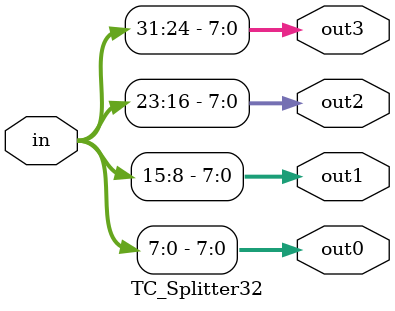
<source format=v>
module TC_Splitter32(	// file.cleaned.mlir:2:3
  input  [31:0] in,	// file.cleaned.mlir:2:31
  output [7:0]  out0,	// file.cleaned.mlir:2:46
                out1,	// file.cleaned.mlir:2:61
                out2,	// file.cleaned.mlir:2:76
                out3	// file.cleaned.mlir:2:91
);

  assign out0 = in[7:0];	// file.cleaned.mlir:6:10, :7:5
  assign out1 = in[15:8];	// file.cleaned.mlir:5:10, :7:5
  assign out2 = in[23:16];	// file.cleaned.mlir:4:10, :7:5
  assign out3 = in[31:24];	// file.cleaned.mlir:3:10, :7:5
endmodule


</source>
